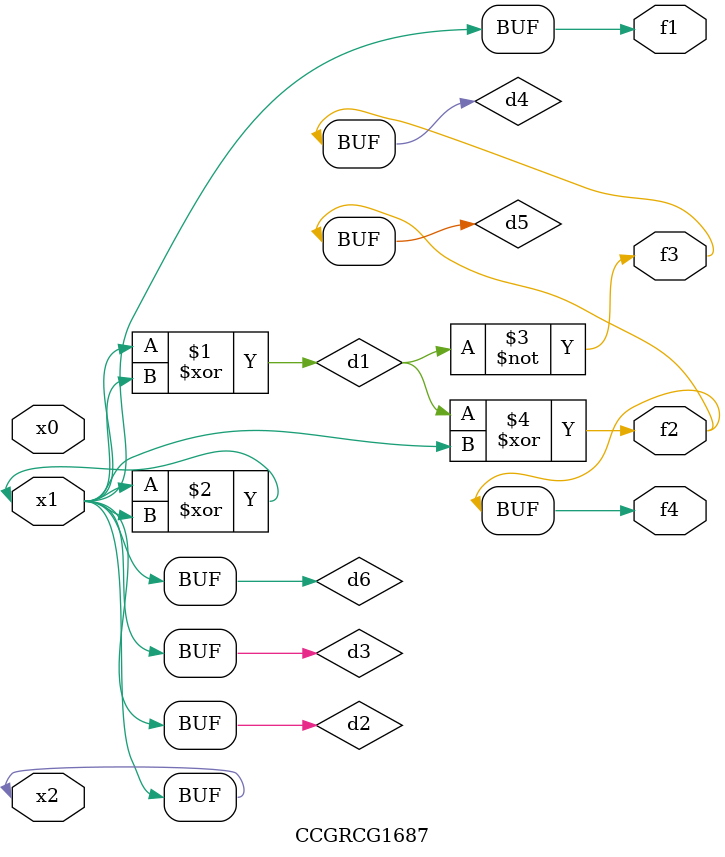
<source format=v>
module CCGRCG1687(
	input x0, x1, x2,
	output f1, f2, f3, f4
);

	wire d1, d2, d3, d4, d5, d6;

	xor (d1, x1, x2);
	buf (d2, x1, x2);
	xor (d3, x1, x2);
	nor (d4, d1);
	xor (d5, d1, d2);
	buf (d6, d2, d3);
	assign f1 = d6;
	assign f2 = d5;
	assign f3 = d4;
	assign f4 = d5;
endmodule

</source>
